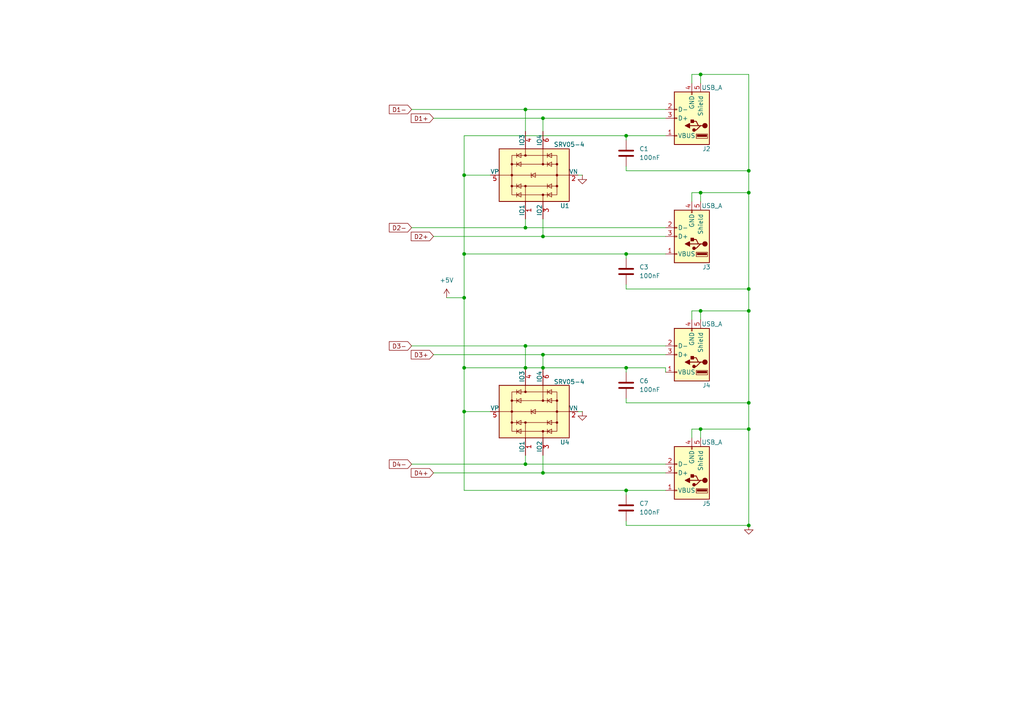
<source format=kicad_sch>
(kicad_sch (version 20231120) (generator "eeschema") (generator_version "8.0")
  (paper "A4")
  (lib_symbols
    (symbol "Connector:USB_A" (pin_names (offset 1.016))
      (property "Reference" "J" (at -5.08 11.43 0))
      (property "Value" "USB_A" (at -5.08 8.89 0))
      (symbol "USB_A_0_1"
        (rectangle (start -5.08 -7.62) (end 5.08 7.62) (stroke (width 0.254)) (fill (type background)))
        (circle (center -3.81 2.159) (radius 0.635) (stroke (width 0.254)) (fill (type outline)))
        (rectangle (start -1.524 4.826) (end -4.318 5.334) (fill (type outline)))
        (rectangle (start -1.27 4.572) (end -4.572 5.842))
        (circle (center -0.635 3.429) (radius 0.381) (stroke (width 0.254)) (fill (type outline)))
        (rectangle (start -0.127 -7.62) (end 0.127 -6.858))
        (polyline (pts (xy -3.175 2.159) (xy -2.54 2.159) (xy -1.27 3.429) (xy -0.635 3.429)) (stroke (width 0.254)))
        (polyline (pts (xy -2.54 2.159) (xy -1.905 2.159) (xy -1.27 0.889) (xy 0 0.889)) (stroke (width 0.254)))
        (polyline (pts (xy 0.635 2.794) (xy 0.635 1.524) (xy 1.905 2.159) (xy 0.635 2.794)) (stroke (width 0.254)) (fill (type outline)))
        (rectangle (start 0.254 1.27) (end -0.508 0.508) (stroke (width 0.254)) (fill (type outline)))
        (rectangle (start 5.08 -2.667) (end 4.318 -2.413))
        (rectangle (start 5.08 -0.127) (end 4.318 0.127))
        (rectangle (start 5.08 4.953) (end 4.318 5.207))
      )
      (symbol "USB_A_1_1"
        (polyline (pts (xy -1.905 2.159) (xy 0.635 2.159)) (stroke (width 0.254)))
        (pin power_in line (at 7.62 5.08 180) (length 2.54) (name "VBUS") (number "1"))
        (pin bidirectional line (at 7.62 -2.54 180) (length 2.54) (name "D-") (number "2"))
        (pin bidirectional line (at 7.62 0 180) (length 2.54) (name "D+") (number "3"))
        (pin power_in line (at 0 -10.16 90) (length 2.54) (name "GND") (number "4"))
        (pin passive line (at -2.54 -10.16 90) (length 2.54) (name "Shield") (number "5"))
      )
    )
    (symbol "Device:C" (pin_numbers hide) (pin_names (offset 0.254))
      (property "Reference" "C" (at 0.635 2.54 0))
      (property "Value" "C" (at 0.635 -2.54 0))
      (symbol "C_0_1"
        (polyline (pts (xy -2.032 -0.762) (xy 2.032 -0.762)) (stroke (width 0.508)))
        (polyline (pts (xy -2.032 0.762) (xy 2.032 0.762)) (stroke (width 0.508)))
      )
      (symbol "C_1_1"
        (pin passive line (at 0 3.81 270) (length 2.794) (name "~") (number "1"))
        (pin passive line (at 0 -3.81 90) (length 2.794) (name "~") (number "2"))
      )
    )
    (symbol "Power_Protection:SRV05-4" (pin_names (offset 0))
      (property "Reference" "U" (at -5.08 11.43 0))
      (property "Value" "SRV05-4" (at 2.54 11.43 0))
      (symbol "SRV05-4_0_0"
        (rectangle (start -5.715 6.477) (end 5.715 -6.604))
        (polyline (pts (xy -3.175 -6.604) (xy -3.175 6.477)))
        (polyline (pts (xy 3.175 6.477) (xy 3.175 -6.604)))
      )
      (symbol "SRV05-4_0_1"
        (rectangle (start -7.62 10.16) (end 7.62 -10.16) (stroke (width 0.254)) (fill (type background)))
        (circle (center -5.715 -2.54) (radius 0.2794) (fill (type outline)))
        (circle (center -3.175 -6.604) (radius 0.2794) (fill (type outline)))
        (circle (center -3.175 2.54) (radius 0.2794) (fill (type outline)))
        (circle (center -3.175 6.477) (radius 0.2794) (fill (type outline)))
        (circle (center 0 -6.604) (radius 0.2794) (fill (type outline)))
        (polyline (pts (xy -7.747 2.54) (xy -3.175 2.54)))
        (polyline (pts (xy -7.62 -2.54) (xy -5.715 -2.54)))
        (polyline (pts (xy -5.08 -3.81) (xy -6.35 -3.81)))
        (polyline (pts (xy -5.08 5.08) (xy -6.35 5.08)))
        (polyline (pts (xy -2.54 -3.81) (xy -3.81 -3.81)))
        (polyline (pts (xy -2.54 5.08) (xy -3.81 5.08)))
        (polyline (pts (xy 0 10.16) (xy 0 -10.16)))
        (polyline (pts (xy 3.81 -3.81) (xy 2.54 -3.81)))
        (polyline (pts (xy 3.81 5.08) (xy 2.54 5.08)))
        (polyline (pts (xy 6.35 -3.81) (xy 5.08 -3.81)))
        (polyline (pts (xy 6.35 5.08) (xy 5.08 5.08)))
        (polyline (pts (xy 7.62 -2.54) (xy 3.175 -2.54)))
        (polyline (pts (xy 7.62 2.54) (xy 5.715 2.54)))
        (polyline (pts (xy 0.635 0.889) (xy -0.635 0.889) (xy -0.635 0.635)))
        (polyline (pts (xy -5.08 -5.08) (xy -6.35 -5.08) (xy -5.715 -3.81) (xy -5.08 -5.08)))
        (polyline (pts (xy -5.08 3.81) (xy -6.35 3.81) (xy -5.715 5.08) (xy -5.08 3.81)))
        (polyline (pts (xy -2.54 -5.08) (xy -3.81 -5.08) (xy -3.175 -3.81) (xy -2.54 -5.08)))
        (polyline (pts (xy -2.54 3.81) (xy -3.81 3.81) (xy -3.175 5.08) (xy -2.54 3.81)))
        (polyline (pts (xy 0.635 -0.381) (xy -0.635 -0.381) (xy 0 0.889) (xy 0.635 -0.381)))
        (polyline (pts (xy 3.81 -5.08) (xy 2.54 -5.08) (xy 3.175 -3.81) (xy 3.81 -5.08)))
        (polyline (pts (xy 3.81 3.81) (xy 2.54 3.81) (xy 3.175 5.08) (xy 3.81 3.81)))
        (polyline (pts (xy 6.35 -5.08) (xy 5.08 -5.08) (xy 5.715 -3.81) (xy 6.35 -5.08)))
        (polyline (pts (xy 6.35 3.81) (xy 5.08 3.81) (xy 5.715 5.08) (xy 6.35 3.81)))
        (circle (center 0 6.477) (radius 0.2794) (fill (type outline)))
        (circle (center 3.175 -6.604) (radius 0.2794) (fill (type outline)))
        (circle (center 3.175 -2.54) (radius 0.2794) (fill (type outline)))
        (circle (center 3.175 6.477) (radius 0.2794) (fill (type outline)))
        (circle (center 5.715 2.54) (radius 0.2794) (fill (type outline)))
      )
      (symbol "SRV05-4_1_1"
        (pin passive line (at -12.7 2.54 0) (length 5.08) (name "IO1") (number "1"))
        (pin passive line (at 0 -12.7 90) (length 2.54) (name "VN") (number "2"))
        (pin passive line (at -12.7 -2.54 0) (length 5.08) (name "IO2") (number "3"))
        (pin passive line (at 12.7 2.54 180) (length 5.08) (name "IO3") (number "4"))
        (pin passive line (at 0 12.7 270) (length 2.54) (name "VP") (number "5"))
        (pin passive line (at 12.7 -2.54 180) (length 5.08) (name "IO4") (number "6"))
      )
    )
    (symbol "power:+5V" (power) (pin_numbers hide) (pin_names (offset 0) hide)
      (property "Value" "+5V" (at 0 3.556 0))
      (symbol "+5V_0_1"
        (polyline (pts (xy -0.762 1.27) (xy 0 2.54)))
        (polyline (pts (xy 0 0) (xy 0 2.54)))
        (polyline (pts (xy 0 2.54) (xy 0.762 1.27)))
      )
      (symbol "+5V_1_1"
        (pin power_in line (at 0 0 90) (length 0) (name "~") (number "1"))
      )
    )
    (symbol "power:GND" (power) (pin_numbers hide) (pin_names (offset 0) hide)
      (property "Value" "GND" (at 0 -3.81 0))
      (symbol "GND_0_1"
        (polyline (pts (xy 0 0) (xy 0 -1.27) (xy 1.27 -1.27) (xy 0 -2.54) (xy -1.27 -1.27) (xy 0 -1.27)))
      )
      (symbol "GND_1_1"
        (pin power_in line (at 0 0 270) (length 0) (name "~") (number "1"))
      )
    )
  )
  (junction (at 157.48 102.87))
  (junction (at 203.2 124.46))
  (junction (at 181.61 39.37))
  (junction (at 152.4 134.62))
  (junction (at 203.2 90.17))
  (junction (at 134.62 119.38))
  (junction (at 203.2 55.88))
  (junction (at 157.48 137.16))
  (junction (at 217.17 90.17))
  (junction (at 217.17 83.82))
  (junction (at 217.17 55.88))
  (junction (at 152.4 106.68))
  (junction (at 217.17 49.53))
  (junction (at 152.4 100.33))
  (junction (at 217.17 124.46))
  (junction (at 157.48 106.68))
  (junction (at 157.48 34.29))
  (junction (at 203.2 21.59))
  (junction (at 181.61 73.66))
  (junction (at 181.61 142.24))
  (junction (at 181.61 106.68))
  (junction (at 157.48 68.58))
  (junction (at 217.17 116.84))
  (junction (at 152.4 66.04))
  (junction (at 152.4 31.75))
  (junction (at 217.17 152.4))
  (junction (at 134.62 50.8))
  (junction (at 134.62 86.36))
  (junction (at 134.62 106.68))
  (junction (at 134.62 73.66))
  (wire (pts (xy 193.04 106.68) (xy 193.04 107.95)))
  (wire (pts (xy 152.4 134.62) (xy 193.04 134.62)))
  (wire (pts (xy 134.62 106.68) (xy 134.62 119.38)))
  (wire (pts (xy 181.61 40.64) (xy 181.61 39.37)))
  (wire (pts (xy 152.4 132.08) (xy 152.4 134.62)))
  (wire (pts (xy 152.4 100.33) (xy 193.04 100.33)))
  (wire (pts (xy 181.61 116.84) (xy 217.17 116.84)))
  (wire (pts (xy 203.2 21.59) (xy 217.17 21.59)))
  (wire (pts (xy 200.66 21.59) (xy 200.66 24.13)))
  (wire (pts (xy 181.61 49.53) (xy 217.17 49.53)))
  (wire (pts (xy 217.17 49.53) (xy 217.17 55.88)))
  (wire (pts (xy 203.2 21.59) (xy 203.2 24.13)))
  (wire (pts (xy 181.61 142.24) (xy 193.04 142.24)))
  (wire (pts (xy 200.66 90.17) (xy 200.66 92.71)))
  (wire (pts (xy 181.61 83.82) (xy 217.17 83.82)))
  (wire (pts (xy 119.38 100.33) (xy 152.4 100.33)))
  (wire (pts (xy 134.62 86.36) (xy 134.62 106.68)))
  (wire (pts (xy 134.62 73.66) (xy 181.61 73.66)))
  (wire (pts (xy 167.64 119.38) (xy 168.91 119.38)))
  (wire (pts (xy 125.73 68.58) (xy 157.48 68.58)))
  (wire (pts (xy 200.66 124.46) (xy 203.2 124.46)))
  (wire (pts (xy 200.66 55.88) (xy 203.2 55.88)))
  (wire (pts (xy 181.61 74.93) (xy 181.61 73.66)))
  (wire (pts (xy 119.38 31.75) (xy 152.4 31.75)))
  (wire (pts (xy 157.48 34.29) (xy 193.04 34.29)))
  (wire (pts (xy 181.61 82.55) (xy 181.61 83.82)))
  (wire (pts (xy 203.2 124.46) (xy 217.17 124.46)))
  (wire (pts (xy 152.4 63.5) (xy 152.4 66.04)))
  (wire (pts (xy 200.66 124.46) (xy 200.66 127)))
  (wire (pts (xy 200.66 90.17) (xy 203.2 90.17)))
  (wire (pts (xy 152.4 100.33) (xy 152.4 106.68)))
  (wire (pts (xy 134.62 39.37) (xy 134.62 50.8)))
  (wire (pts (xy 152.4 66.04) (xy 193.04 66.04)))
  (wire (pts (xy 203.2 90.17) (xy 217.17 90.17)))
  (wire (pts (xy 181.61 152.4) (xy 217.17 152.4)))
  (wire (pts (xy 125.73 102.87) (xy 157.48 102.87)))
  (wire (pts (xy 181.61 39.37) (xy 193.04 39.37)))
  (wire (pts (xy 157.48 137.16) (xy 193.04 137.16)))
  (wire (pts (xy 217.17 90.17) (xy 217.17 116.84)))
  (wire (pts (xy 181.61 48.26) (xy 181.61 49.53)))
  (wire (pts (xy 203.2 55.88) (xy 203.2 58.42)))
  (wire (pts (xy 217.17 116.84) (xy 217.17 124.46)))
  (wire (pts (xy 129.54 86.36) (xy 134.62 86.36)))
  (wire (pts (xy 134.62 119.38) (xy 142.24 119.38)))
  (wire (pts (xy 157.48 68.58) (xy 193.04 68.58)))
  (wire (pts (xy 119.38 134.62) (xy 152.4 134.62)))
  (wire (pts (xy 157.48 63.5) (xy 157.48 68.58)))
  (wire (pts (xy 134.62 119.38) (xy 134.62 142.24)))
  (wire (pts (xy 134.62 142.24) (xy 181.61 142.24)))
  (wire (pts (xy 217.17 21.59) (xy 217.17 49.53)))
  (wire (pts (xy 134.62 73.66) (xy 134.62 86.36)))
  (wire (pts (xy 181.61 143.51) (xy 181.61 142.24)))
  (wire (pts (xy 134.62 50.8) (xy 134.62 73.66)))
  (wire (pts (xy 157.48 132.08) (xy 157.48 137.16)))
  (wire (pts (xy 217.17 124.46) (xy 217.17 152.4)))
  (wire (pts (xy 125.73 34.29) (xy 157.48 34.29)))
  (wire (pts (xy 200.66 55.88) (xy 200.66 58.42)))
  (wire (pts (xy 200.66 21.59) (xy 203.2 21.59)))
  (wire (pts (xy 119.38 66.04) (xy 152.4 66.04)))
  (wire (pts (xy 157.48 102.87) (xy 193.04 102.87)))
  (wire (pts (xy 181.61 106.68) (xy 193.04 106.68)))
  (wire (pts (xy 152.4 31.75) (xy 193.04 31.75)))
  (wire (pts (xy 157.48 34.29) (xy 157.48 38.1)))
  (wire (pts (xy 181.61 151.13) (xy 181.61 152.4)))
  (wire (pts (xy 134.62 50.8) (xy 142.24 50.8)))
  (wire (pts (xy 157.48 106.68) (xy 181.61 106.68)))
  (wire (pts (xy 181.61 107.95) (xy 181.61 106.68)))
  (wire (pts (xy 134.62 39.37) (xy 181.61 39.37)))
  (wire (pts (xy 203.2 124.46) (xy 203.2 127)))
  (wire (pts (xy 167.64 50.8) (xy 168.91 50.8)))
  (wire (pts (xy 152.4 106.68) (xy 157.48 106.68)))
  (wire (pts (xy 217.17 55.88) (xy 217.17 83.82)))
  (wire (pts (xy 203.2 55.88) (xy 217.17 55.88)))
  (wire (pts (xy 181.61 115.57) (xy 181.61 116.84)))
  (wire (pts (xy 134.62 106.68) (xy 152.4 106.68)))
  (wire (pts (xy 152.4 31.75) (xy 152.4 38.1)))
  (wire (pts (xy 203.2 90.17) (xy 203.2 92.71)))
  (wire (pts (xy 157.48 102.87) (xy 157.48 106.68)))
  (wire (pts (xy 181.61 73.66) (xy 193.04 73.66)))
  (wire (pts (xy 125.73 137.16) (xy 157.48 137.16)))
  (wire (pts (xy 217.17 83.82) (xy 217.17 90.17)))
  (global_label "D4-" (shape input) (at 119.38 134.62 180) (property "Intersheetrefs" "${INTERSHEET_REFS}" (effects (hide yes))))
  (global_label "D2-" (shape input) (at 119.38 66.04 180) (property "Intersheetrefs" "${INTERSHEET_REFS}" (effects (hide yes))))
  (global_label "D3+" (shape input) (at 125.73 102.87 180) (property "Intersheetrefs" "${INTERSHEET_REFS}" (effects (hide yes))))
  (global_label "D1-" (shape input) (at 119.38 31.75 180) (property "Intersheetrefs" "${INTERSHEET_REFS}" (effects (hide yes))))
  (global_label "D3-" (shape input) (at 119.38 100.33 180) (property "Intersheetrefs" "${INTERSHEET_REFS}" (effects (hide yes))))
  (global_label "D4+" (shape input) (at 125.73 137.16 180) (property "Intersheetrefs" "${INTERSHEET_REFS}" (effects (hide yes))))
  (global_label "D2+" (shape input) (at 125.73 68.58 180) (property "Intersheetrefs" "${INTERSHEET_REFS}" (effects (hide yes))))
  (global_label "D1+" (shape input) (at 125.73 34.29 180) (property "Intersheetrefs" "${INTERSHEET_REFS}" (effects (hide yes))))
  (symbol (lib_id "Device:C") (at 181.61 78.74 0) (unit 1)
    (property "Reference" "C3" (at 185.42 77.4699 0) (effects (justify left)))
    (property "Value" "100nF" (at 185.42 80.0099 0) (effects (justify left)))
    (property "Footprint" "Capacitor_SMD:C_0805_2012Metric_Pad1.18x1.45mm_HandSolder" (effects (hide yes)))
    (property "Description" "Unpolarized capacitor" (effects (hide yes)))
  )
  (symbol (lib_id "Device:C") (at 181.61 44.45 0) (unit 1)
    (property "Reference" "C1" (at 185.42 43.1799 0) (effects (justify left)))
    (property "Value" "100nF" (at 185.42 45.7199 0) (effects (justify left)))
    (property "Footprint" "Capacitor_SMD:C_0805_2012Metric_Pad1.18x1.45mm_HandSolder" (effects (hide yes)))
    (property "Description" "Unpolarized capacitor" (effects (hide yes)))
  )
  (symbol (lib_id "Power_Protection:SRV05-4") (at 154.94 119.38 90) (unit 1)
    (property "Reference" "U4" (at 163.83 128.27 90))
    (property "Value" "SRV05-4" (at 165.1 110.744 90))
    (property "Footprint" "Package_TO_SOT_SMD:SOT-23-6" (effects (hide yes)))
    (property "Datasheet" "http://www.onsemi.com/pub/Collateral/SRV05-4-D.PDF" (effects (hide yes)))
    (property "Description" "ESD Protection Diodes with Low Clamping Voltage, SOT-23-6" (effects (hide yes)))
  )
  (symbol (lib_id "power:GND") (at 168.91 50.8 0) (unit 1)
    (property "Reference" "#PWR04" (effects (hide yes)))
    (property "Value" "GND" (effects (hide yes)))
    (property "Description" "Power symbol creates a global label with name \"GND\" , ground" (effects (hide yes)))
  )
  (symbol (lib_id "Power_Protection:SRV05-4") (at 154.94 50.8 90) (unit 1)
    (property "Reference" "U1" (at 163.83 59.69 90))
    (property "Value" "SRV05-4" (at 165.1 41.91 90))
    (property "Footprint" "Package_TO_SOT_SMD:SOT-23-6" (effects (hide yes)))
    (property "Datasheet" "http://www.onsemi.com/pub/Collateral/SRV05-4-D.PDF" (effects (hide yes)))
    (property "Description" "ESD Protection Diodes with Low Clamping Voltage, SOT-23-6" (effects (hide yes)))
  )
  (symbol (lib_id "Device:C") (at 181.61 111.76 0) (unit 1)
    (property "Reference" "C6" (at 185.42 110.4899 0) (effects (justify left)))
    (property "Value" "100nF" (at 185.42 113.0299 0) (effects (justify left)))
    (property "Footprint" "Capacitor_SMD:C_0805_2012Metric_Pad1.18x1.45mm_HandSolder" (effects (hide yes)))
    (property "Description" "Unpolarized capacitor" (effects (hide yes)))
  )
  (symbol (lib_id "Connector:USB_A") (at 200.66 34.29 180) (unit 1)
    (property "Reference" "J2" (at 203.708 43.18 0) (effects (justify right)))
    (property "Value" "USB_A" (at 203.454 25.4 0) (effects (justify right)))
    (property "Footprint" "Connector_USB:USB_A_Stewart_SS-52100-001_Horizontal" (effects (hide yes)))
    (property "Description" "USB Type A connector" (effects (hide yes)))
  )
  (symbol (lib_id "Connector:USB_A") (at 200.66 137.16 180) (unit 1)
    (property "Reference" "J5" (at 203.708 146.05 0) (effects (justify right)))
    (property "Value" "USB_A" (at 203.454 128.27 0) (effects (justify right)))
    (property "Footprint" "Connector_USB:USB_A_Stewart_SS-52100-001_Horizontal" (effects (hide yes)))
    (property "Description" "USB Type A connector" (effects (hide yes)))
  )
  (symbol (lib_id "Connector:USB_A") (at 200.66 102.87 180) (unit 1)
    (property "Reference" "J4" (at 203.708 111.76 0) (effects (justify right)))
    (property "Value" "USB_A" (at 203.454 93.98 0) (effects (justify right)))
    (property "Footprint" "Connector_USB:USB_A_Stewart_SS-52100-001_Horizontal" (effects (hide yes)))
    (property "Description" "USB Type A connector" (effects (hide yes)))
  )
  (symbol (lib_id "Device:C") (at 181.61 147.32 0) (unit 1)
    (property "Reference" "C7" (at 185.42 146.0499 0) (effects (justify left)))
    (property "Value" "100nF" (at 185.42 148.5899 0) (effects (justify left)))
    (property "Footprint" "Capacitor_SMD:C_0805_2012Metric_Pad1.18x1.45mm_HandSolder" (effects (hide yes)))
    (property "Description" "Unpolarized capacitor" (effects (hide yes)))
  )
  (symbol (lib_id "power:GND") (at 217.17 152.4 0) (unit 1)
    (property "Reference" "#PWR07" (effects (hide yes)))
    (property "Value" "GND" (effects (hide yes)))
    (property "Description" "Power symbol creates a global label with name \"GND\" , ground" (effects (hide yes)))
  )
  (symbol (lib_id "power:GND") (at 168.91 119.38 0) (unit 1)
    (property "Reference" "#PWR05" (effects (hide yes)))
    (property "Value" "GND" (effects (hide yes)))
    (property "Description" "Power symbol creates a global label with name \"GND\" , ground" (effects (hide yes)))
  )
  (symbol (lib_id "power:+5V") (at 129.54 86.36 0) (unit 1)
    (property "Reference" "#PWR03" (effects (hide yes)))
    (property "Value" "+5V" (at 129.54 81.28 0))
    (property "Description" "Power symbol creates a global label with name \"+5V\"" (effects (hide yes)))
  )
  (symbol (lib_id "Connector:USB_A") (at 200.66 68.58 180) (unit 1)
    (property "Reference" "J3" (at 203.708 77.47 0) (effects (justify right)))
    (property "Value" "USB_A" (at 203.454 59.69 0) (effects (justify right)))
    (property "Footprint" "Connector_USB:USB_A_Stewart_SS-52100-001_Horizontal" (effects (hide yes)))
    (property "Description" "USB Type A connector" (effects (hide yes)))
  )
)
</source>
